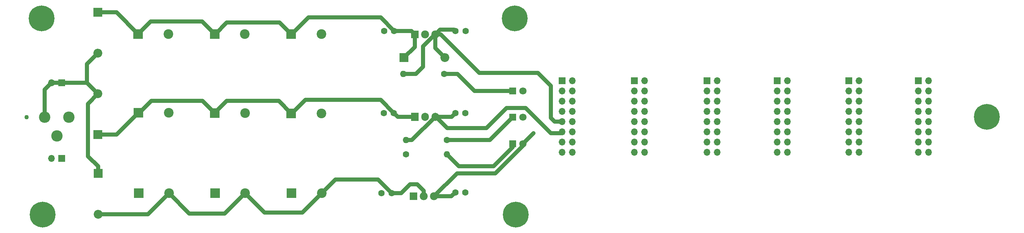
<source format=gbr>
%TF.GenerationSoftware,KiCad,Pcbnew,(5.1.7)-1*%
%TF.CreationDate,2021-02-05T18:36:13-06:00*%
%TF.ProjectId,Power Supply,506f7765-7220-4537-9570-706c792e6b69,rev?*%
%TF.SameCoordinates,Original*%
%TF.FileFunction,Copper,L1,Top*%
%TF.FilePolarity,Positive*%
%FSLAX46Y46*%
G04 Gerber Fmt 4.6, Leading zero omitted, Abs format (unit mm)*
G04 Created by KiCad (PCBNEW (5.1.7)-1) date 2021-02-05 18:36:13*
%MOMM*%
%LPD*%
G01*
G04 APERTURE LIST*
%TA.AperFunction,ComponentPad*%
%ADD10C,6.400000*%
%TD*%
%TA.AperFunction,ComponentPad*%
%ADD11C,0.800000*%
%TD*%
%TA.AperFunction,ComponentPad*%
%ADD12O,1.905000X2.000000*%
%TD*%
%TA.AperFunction,ComponentPad*%
%ADD13R,1.905000X2.000000*%
%TD*%
%TA.AperFunction,ComponentPad*%
%ADD14C,1.980000*%
%TD*%
%TA.AperFunction,ComponentPad*%
%ADD15R,1.980000X1.980000*%
%TD*%
%TA.AperFunction,ComponentPad*%
%ADD16O,1.600000X1.600000*%
%TD*%
%TA.AperFunction,ComponentPad*%
%ADD17C,1.600000*%
%TD*%
%TA.AperFunction,ComponentPad*%
%ADD18O,1.700000X1.700000*%
%TD*%
%TA.AperFunction,ComponentPad*%
%ADD19R,1.700000X1.700000*%
%TD*%
%TA.AperFunction,ComponentPad*%
%ADD20C,1.100000*%
%TD*%
%TA.AperFunction,ComponentPad*%
%ADD21C,2.830000*%
%TD*%
%TA.AperFunction,ComponentPad*%
%ADD22O,2.200000X2.200000*%
%TD*%
%TA.AperFunction,ComponentPad*%
%ADD23R,2.200000X2.200000*%
%TD*%
%TA.AperFunction,ComponentPad*%
%ADD24C,1.800000*%
%TD*%
%TA.AperFunction,ComponentPad*%
%ADD25R,1.800000X1.800000*%
%TD*%
%TA.AperFunction,ComponentPad*%
%ADD26C,2.400000*%
%TD*%
%TA.AperFunction,ComponentPad*%
%ADD27R,2.400000X2.400000*%
%TD*%
%TA.AperFunction,ViaPad*%
%ADD28C,0.800000*%
%TD*%
%TA.AperFunction,Conductor*%
%ADD29C,1.000000*%
%TD*%
G04 APERTURE END LIST*
D10*
%TO.P,REF\u002A\u002A,1*%
%TO.N,N/C*%
X260500000Y-98750000D03*
D11*
X262900000Y-98750000D03*
X262197056Y-100447056D03*
X260500000Y-101150000D03*
X258802944Y-100447056D03*
X258100000Y-98750000D03*
X258802944Y-97052944D03*
X260500000Y-96350000D03*
X262197056Y-97052944D03*
%TD*%
D10*
%TO.P,REF\u002A\u002A,1*%
%TO.N,N/C*%
X25750000Y-74250000D03*
D11*
X28150000Y-74250000D03*
X27447056Y-75947056D03*
X25750000Y-76650000D03*
X24052944Y-75947056D03*
X23350000Y-74250000D03*
X24052944Y-72552944D03*
X25750000Y-71850000D03*
X27447056Y-72552944D03*
%TD*%
%TO.P,REF\u002A\u002A,1*%
%TO.N,N/C*%
X27697056Y-121302944D03*
X26000000Y-120600000D03*
X24302944Y-121302944D03*
X23600000Y-123000000D03*
X24302944Y-124697056D03*
X26000000Y-125400000D03*
X27697056Y-124697056D03*
X28400000Y-123000000D03*
D10*
X26000000Y-123000000D03*
%TD*%
%TO.P,REF\u002A\u002A,1*%
%TO.N,N/C*%
X143500000Y-123000000D03*
D11*
X145900000Y-123000000D03*
X145197056Y-124697056D03*
X143500000Y-125400000D03*
X141802944Y-124697056D03*
X141100000Y-123000000D03*
X141802944Y-121302944D03*
X143500000Y-120600000D03*
X145197056Y-121302944D03*
%TD*%
%TO.P,REF\u002A\u002A,1*%
%TO.N,N/C*%
X144947056Y-72552944D03*
X143250000Y-71850000D03*
X141552944Y-72552944D03*
X140850000Y-74250000D03*
X141552944Y-75947056D03*
X143250000Y-76650000D03*
X144947056Y-75947056D03*
X145650000Y-74250000D03*
D10*
X143250000Y-74250000D03*
%TD*%
D12*
%TO.P,U3,3*%
%TO.N,+5V*%
X123507513Y-98675000D03*
%TO.P,U3,2*%
%TO.N,GND*%
X120967513Y-98675000D03*
D13*
%TO.P,U3,1*%
%TO.N,Net-(C11-Pad1)*%
X118427513Y-98675000D03*
%TD*%
D14*
%TO.P,U2,3*%
%TO.N,-12V*%
X123200000Y-118475000D03*
%TO.P,U2,2*%
%TO.N,Net-(C6-Pad2)*%
X120650000Y-118475000D03*
D15*
%TO.P,U2,1*%
%TO.N,GND*%
X118100000Y-118475000D03*
%TD*%
D16*
%TO.P,R3,2*%
%TO.N,+5V*%
X116240000Y-104500000D03*
D17*
%TO.P,R3,1*%
%TO.N,Net-(D3-Pad1)*%
X126400000Y-104500000D03*
%TD*%
D16*
%TO.P,R2,2*%
%TO.N,Net-(D2-Pad1)*%
X126410000Y-108000000D03*
D17*
%TO.P,R2,1*%
%TO.N,GND*%
X116250000Y-108000000D03*
%TD*%
D16*
%TO.P,R1,2*%
%TO.N,+12V*%
X115590000Y-88000000D03*
D17*
%TO.P,R1,1*%
%TO.N,Net-(D1-Pad1)*%
X125750000Y-88000000D03*
%TD*%
D18*
%TO.P,J4,16*%
%TO.N,/CV*%
X157540000Y-107530000D03*
%TO.P,J4,15*%
X155000000Y-107530000D03*
%TO.P,J4,14*%
%TO.N,/Gate*%
X157540000Y-104990000D03*
%TO.P,J4,13*%
X155000000Y-104990000D03*
%TO.P,J4,12*%
%TO.N,+5V*%
X157540000Y-102450000D03*
%TO.P,J4,11*%
X155000000Y-102450000D03*
%TO.P,J4,10*%
%TO.N,+12V*%
X157540000Y-99910000D03*
%TO.P,J4,9*%
X155000000Y-99910000D03*
%TO.P,J4,8*%
%TO.N,GND*%
X157540000Y-97370000D03*
%TO.P,J4,7*%
X155000000Y-97370000D03*
%TO.P,J4,6*%
X157540000Y-94830000D03*
%TO.P,J4,5*%
X155000000Y-94830000D03*
%TO.P,J4,4*%
X157540000Y-92290000D03*
%TO.P,J4,3*%
X155000000Y-92290000D03*
%TO.P,J4,2*%
%TO.N,-12V*%
X157540000Y-89750000D03*
D19*
%TO.P,J4,1*%
X155000000Y-89750000D03*
%TD*%
D20*
%TO.P,J1,MH1*%
%TO.N,N/C*%
X22025000Y-98775000D03*
D21*
%TO.P,J1,3*%
X29525000Y-103475000D03*
%TO.P,J1,2*%
%TO.N,AC*%
X26525000Y-98775000D03*
%TO.P,J1,1*%
%TO.N,GND*%
X32525000Y-98775000D03*
%TD*%
D22*
%TO.P,D7,2*%
%TO.N,AC*%
X39750000Y-92965000D03*
D23*
%TO.P,D7,1*%
%TO.N,Net-(C11-Pad1)*%
X39750000Y-103125000D03*
%TD*%
D24*
%TO.P,D3,2*%
%TO.N,GND*%
X145290000Y-98825000D03*
D25*
%TO.P,D3,1*%
%TO.N,Net-(D3-Pad1)*%
X142750000Y-98825000D03*
%TD*%
D24*
%TO.P,D2,2*%
%TO.N,-12V*%
X145290000Y-105375000D03*
D25*
%TO.P,D2,1*%
%TO.N,Net-(D2-Pad1)*%
X142750000Y-105375000D03*
%TD*%
D24*
%TO.P,D1,2*%
%TO.N,GND*%
X145290000Y-92250000D03*
D25*
%TO.P,D1,1*%
%TO.N,Net-(D1-Pad1)*%
X142750000Y-92250000D03*
%TD*%
D22*
%TO.P,D4,2*%
%TO.N,+12V*%
X125910000Y-84000000D03*
D23*
%TO.P,D4,1*%
%TO.N,Net-(C1-Pad1)*%
X115750000Y-84000000D03*
%TD*%
D22*
%TO.P,D6,2*%
%TO.N,Net-(C6-Pad2)*%
X39775000Y-122885000D03*
D23*
%TO.P,D6,1*%
%TO.N,AC*%
X39775000Y-112725000D03*
%TD*%
D22*
%TO.P,D5,2*%
%TO.N,AC*%
X39750000Y-82910000D03*
D23*
%TO.P,D5,1*%
%TO.N,Net-(C1-Pad1)*%
X39750000Y-72750000D03*
%TD*%
D26*
%TO.P,C13,2*%
%TO.N,GND*%
X95225000Y-97825000D03*
D27*
%TO.P,C13,1*%
%TO.N,Net-(C11-Pad1)*%
X87725000Y-97825000D03*
%TD*%
D26*
%TO.P,C12,2*%
%TO.N,GND*%
X76275000Y-97775000D03*
D27*
%TO.P,C12,1*%
%TO.N,Net-(C11-Pad1)*%
X68775000Y-97775000D03*
%TD*%
D26*
%TO.P,C11,2*%
%TO.N,GND*%
X57300000Y-97675001D03*
D27*
%TO.P,C11,1*%
%TO.N,Net-(C11-Pad1)*%
X49800000Y-97675001D03*
%TD*%
D26*
%TO.P,C8,2*%
%TO.N,Net-(C6-Pad2)*%
X76324441Y-117675001D03*
D27*
%TO.P,C8,1*%
%TO.N,GND*%
X68824441Y-117675001D03*
%TD*%
D26*
%TO.P,C7,2*%
%TO.N,Net-(C6-Pad2)*%
X95325000Y-117675000D03*
D27*
%TO.P,C7,1*%
%TO.N,GND*%
X87825000Y-117675000D03*
%TD*%
D26*
%TO.P,C6,2*%
%TO.N,Net-(C6-Pad2)*%
X57375000Y-117700000D03*
D27*
%TO.P,C6,1*%
%TO.N,GND*%
X49875000Y-117700000D03*
%TD*%
D26*
%TO.P,C3,2*%
%TO.N,GND*%
X95250000Y-78125000D03*
D27*
%TO.P,C3,1*%
%TO.N,Net-(C1-Pad1)*%
X87750000Y-78125000D03*
%TD*%
D26*
%TO.P,C2,2*%
%TO.N,GND*%
X76250000Y-78100000D03*
D27*
%TO.P,C2,1*%
%TO.N,Net-(C1-Pad1)*%
X68750000Y-78100000D03*
%TD*%
D26*
%TO.P,C1,2*%
%TO.N,GND*%
X57250000Y-78125000D03*
D27*
%TO.P,C1,1*%
%TO.N,Net-(C1-Pad1)*%
X49750000Y-78125000D03*
%TD*%
D15*
%TO.P,U1,1*%
%TO.N,Net-(C1-Pad1)*%
X118427513Y-78183578D03*
D14*
%TO.P,U1,2*%
%TO.N,GND*%
X120977513Y-78183578D03*
%TO.P,U1,3*%
%TO.N,+12V*%
X123527513Y-78183578D03*
%TD*%
D17*
%TO.P,C4,1*%
%TO.N,GND*%
X110825000Y-77358579D03*
%TO.P,C4,2*%
%TO.N,Net-(C1-Pad1)*%
X113325000Y-77358579D03*
%TD*%
%TO.P,C5,2*%
%TO.N,+12V*%
X128552513Y-77358579D03*
%TO.P,C5,1*%
%TO.N,GND*%
X131052513Y-77358579D03*
%TD*%
%TO.P,C9,2*%
%TO.N,GND*%
X110200000Y-117675000D03*
%TO.P,C9,1*%
%TO.N,Net-(C6-Pad2)*%
X112700000Y-117675000D03*
%TD*%
%TO.P,C10,1*%
%TO.N,-12V*%
X128500000Y-117500000D03*
%TO.P,C10,2*%
%TO.N,GND*%
X131000000Y-117500000D03*
%TD*%
%TO.P,C14,2*%
%TO.N,GND*%
X110750000Y-97750000D03*
%TO.P,C14,1*%
%TO.N,Net-(C11-Pad1)*%
X113250000Y-97750000D03*
%TD*%
%TO.P,C15,1*%
%TO.N,+5V*%
X128500000Y-97750000D03*
%TO.P,C15,2*%
%TO.N,GND*%
X131000000Y-97750000D03*
%TD*%
D19*
%TO.P,J2,1*%
%TO.N,AC*%
X30750000Y-90250000D03*
D18*
%TO.P,J2,2*%
X28210000Y-90250000D03*
%TD*%
%TO.P,J3,2*%
%TO.N,GND*%
X28210000Y-109000000D03*
D19*
%TO.P,J3,1*%
X30750000Y-109000000D03*
%TD*%
%TO.P,J5,1*%
%TO.N,-12V*%
X173000000Y-89750000D03*
D18*
%TO.P,J5,2*%
X175540000Y-89750000D03*
%TO.P,J5,3*%
%TO.N,GND*%
X173000000Y-92290000D03*
%TO.P,J5,4*%
X175540000Y-92290000D03*
%TO.P,J5,5*%
X173000000Y-94830000D03*
%TO.P,J5,6*%
X175540000Y-94830000D03*
%TO.P,J5,7*%
X173000000Y-97370000D03*
%TO.P,J5,8*%
X175540000Y-97370000D03*
%TO.P,J5,9*%
%TO.N,+12V*%
X173000000Y-99910000D03*
%TO.P,J5,10*%
X175540000Y-99910000D03*
%TO.P,J5,11*%
%TO.N,+5V*%
X173000000Y-102450000D03*
%TO.P,J5,12*%
X175540000Y-102450000D03*
%TO.P,J5,13*%
%TO.N,/Gate*%
X173000000Y-104990000D03*
%TO.P,J5,14*%
X175540000Y-104990000D03*
%TO.P,J5,15*%
%TO.N,/CV*%
X173000000Y-107530000D03*
%TO.P,J5,16*%
X175540000Y-107530000D03*
%TD*%
%TO.P,J6,16*%
%TO.N,/CV*%
X193540000Y-107530000D03*
%TO.P,J6,15*%
X191000000Y-107530000D03*
%TO.P,J6,14*%
%TO.N,/Gate*%
X193540000Y-104990000D03*
%TO.P,J6,13*%
X191000000Y-104990000D03*
%TO.P,J6,12*%
%TO.N,+5V*%
X193540000Y-102450000D03*
%TO.P,J6,11*%
X191000000Y-102450000D03*
%TO.P,J6,10*%
%TO.N,+12V*%
X193540000Y-99910000D03*
%TO.P,J6,9*%
X191000000Y-99910000D03*
%TO.P,J6,8*%
%TO.N,GND*%
X193540000Y-97370000D03*
%TO.P,J6,7*%
X191000000Y-97370000D03*
%TO.P,J6,6*%
X193540000Y-94830000D03*
%TO.P,J6,5*%
X191000000Y-94830000D03*
%TO.P,J6,4*%
X193540000Y-92290000D03*
%TO.P,J6,3*%
X191000000Y-92290000D03*
%TO.P,J6,2*%
%TO.N,-12V*%
X193540000Y-89750000D03*
D19*
%TO.P,J6,1*%
X191000000Y-89750000D03*
%TD*%
%TO.P,J7,1*%
%TO.N,-12V*%
X208500000Y-89750000D03*
D18*
%TO.P,J7,2*%
X211040000Y-89750000D03*
%TO.P,J7,3*%
%TO.N,GND*%
X208500000Y-92290000D03*
%TO.P,J7,4*%
X211040000Y-92290000D03*
%TO.P,J7,5*%
X208500000Y-94830000D03*
%TO.P,J7,6*%
X211040000Y-94830000D03*
%TO.P,J7,7*%
X208500000Y-97370000D03*
%TO.P,J7,8*%
X211040000Y-97370000D03*
%TO.P,J7,9*%
%TO.N,+12V*%
X208500000Y-99910000D03*
%TO.P,J7,10*%
X211040000Y-99910000D03*
%TO.P,J7,11*%
%TO.N,+5V*%
X208500000Y-102450000D03*
%TO.P,J7,12*%
X211040000Y-102450000D03*
%TO.P,J7,13*%
%TO.N,/Gate*%
X208500000Y-104990000D03*
%TO.P,J7,14*%
X211040000Y-104990000D03*
%TO.P,J7,15*%
%TO.N,/CV*%
X208500000Y-107530000D03*
%TO.P,J7,16*%
X211040000Y-107530000D03*
%TD*%
%TO.P,J8,16*%
%TO.N,/CV*%
X228790000Y-107530000D03*
%TO.P,J8,15*%
X226250000Y-107530000D03*
%TO.P,J8,14*%
%TO.N,/Gate*%
X228790000Y-104990000D03*
%TO.P,J8,13*%
X226250000Y-104990000D03*
%TO.P,J8,12*%
%TO.N,+5V*%
X228790000Y-102450000D03*
%TO.P,J8,11*%
X226250000Y-102450000D03*
%TO.P,J8,10*%
%TO.N,+12V*%
X228790000Y-99910000D03*
%TO.P,J8,9*%
X226250000Y-99910000D03*
%TO.P,J8,8*%
%TO.N,GND*%
X228790000Y-97370000D03*
%TO.P,J8,7*%
X226250000Y-97370000D03*
%TO.P,J8,6*%
X228790000Y-94830000D03*
%TO.P,J8,5*%
X226250000Y-94830000D03*
%TO.P,J8,4*%
X228790000Y-92290000D03*
%TO.P,J8,3*%
X226250000Y-92290000D03*
%TO.P,J8,2*%
%TO.N,-12V*%
X228790000Y-89750000D03*
D19*
%TO.P,J8,1*%
X226250000Y-89750000D03*
%TD*%
%TO.P,J9,1*%
%TO.N,-12V*%
X243500000Y-89750000D03*
D18*
%TO.P,J9,2*%
X246040000Y-89750000D03*
%TO.P,J9,3*%
%TO.N,GND*%
X243500000Y-92290000D03*
%TO.P,J9,4*%
X246040000Y-92290000D03*
%TO.P,J9,5*%
X243500000Y-94830000D03*
%TO.P,J9,6*%
X246040000Y-94830000D03*
%TO.P,J9,7*%
X243500000Y-97370000D03*
%TO.P,J9,8*%
X246040000Y-97370000D03*
%TO.P,J9,9*%
%TO.N,+12V*%
X243500000Y-99910000D03*
%TO.P,J9,10*%
X246040000Y-99910000D03*
%TO.P,J9,11*%
%TO.N,+5V*%
X243500000Y-102450000D03*
%TO.P,J9,12*%
X246040000Y-102450000D03*
%TO.P,J9,13*%
%TO.N,/Gate*%
X243500000Y-104990000D03*
%TO.P,J9,14*%
X246040000Y-104990000D03*
%TO.P,J9,15*%
%TO.N,/CV*%
X243500000Y-107530000D03*
%TO.P,J9,16*%
X246040000Y-107530000D03*
%TD*%
D28*
%TO.N,-12V*%
X147915000Y-102750000D03*
%TD*%
D29*
%TO.N,Net-(C1-Pad1)*%
X68625000Y-78100000D02*
X69150000Y-78100000D01*
X87575000Y-78125000D02*
X87925000Y-78125000D01*
X44375000Y-72750000D02*
X49750000Y-78125000D01*
X39750000Y-72750000D02*
X44375000Y-72750000D01*
X49750000Y-78125000D02*
X52875000Y-75000000D01*
X65650000Y-75000000D02*
X68750000Y-78100000D01*
X52875000Y-75000000D02*
X65650000Y-75000000D01*
X68750000Y-78100000D02*
X68900000Y-78100000D01*
X68900000Y-78100000D02*
X71750000Y-75250000D01*
X84875000Y-75250000D02*
X87750000Y-78125000D01*
X71750000Y-75250000D02*
X84875000Y-75250000D01*
X87750000Y-78125000D02*
X87875000Y-78125000D01*
X87875000Y-78125000D02*
X92000000Y-74000000D01*
X109966421Y-74000000D02*
X113325000Y-77358579D01*
X92000000Y-74000000D02*
X109966421Y-74000000D01*
X117602514Y-77358579D02*
X118427513Y-78183578D01*
X113325000Y-77358579D02*
X117602514Y-77358579D01*
X118427513Y-81322487D02*
X115750000Y-84000000D01*
X118427513Y-78183578D02*
X118427513Y-81322487D01*
%TO.N,+12V*%
X125910000Y-84000000D02*
X123500000Y-81590000D01*
X123500000Y-78211091D02*
X123527513Y-78183578D01*
X123500000Y-81590000D02*
X123500000Y-78211091D01*
X123527513Y-78183578D02*
X124711091Y-77000000D01*
X128193934Y-77000000D02*
X128552513Y-77358579D01*
X124711091Y-77000000D02*
X128193934Y-77000000D01*
X123478715Y-78183578D02*
X120500000Y-81162293D01*
X123527513Y-78183578D02*
X123478715Y-78183578D01*
X120500000Y-81162293D02*
X120500000Y-86250000D01*
X118750000Y-88000000D02*
X115590000Y-88000000D01*
X120500000Y-86250000D02*
X118750000Y-88000000D01*
X152250000Y-99000000D02*
X152250000Y-99000000D01*
X153160000Y-99910000D02*
X155000000Y-99910000D01*
X152250000Y-99000000D02*
X153160000Y-99910000D01*
X152250000Y-91000000D02*
X152250000Y-99000000D01*
X149000000Y-87750000D02*
X152250000Y-91000000D01*
X134500000Y-87750000D02*
X149000000Y-87750000D01*
X124933578Y-78183578D02*
X134500000Y-87750000D01*
X123527513Y-78183578D02*
X124933578Y-78183578D01*
%TO.N,-12V*%
X127525000Y-118475000D02*
X128500000Y-117500000D01*
X123200000Y-118475000D02*
X127525000Y-118475000D01*
X123200000Y-118475000D02*
X128925000Y-112750000D01*
X145290000Y-105895002D02*
X145290000Y-105375000D01*
X138435002Y-112750000D02*
X145290000Y-105895002D01*
X128925000Y-112750000D02*
X138435002Y-112750000D01*
X145290000Y-105375000D02*
X147915000Y-102750000D01*
X147915000Y-102750000D02*
X147915000Y-102750000D01*
%TO.N,+5V*%
X127575000Y-98675000D02*
X128500000Y-97750000D01*
X123507513Y-98675000D02*
X127575000Y-98675000D01*
X117682513Y-104500000D02*
X116240000Y-104500000D01*
X123507513Y-98675000D02*
X117682513Y-104500000D01*
X154700000Y-102750000D02*
X155000000Y-102450000D01*
X146000000Y-96500000D02*
X152250000Y-102750000D01*
X152250000Y-102750000D02*
X154700000Y-102750000D01*
X141250000Y-96500000D02*
X146000000Y-96500000D01*
X136250000Y-101500000D02*
X141250000Y-96500000D01*
X126500000Y-101500000D02*
X136250000Y-101500000D01*
X123675000Y-98675000D02*
X126500000Y-101500000D01*
X123507513Y-98675000D02*
X123675000Y-98675000D01*
%TO.N,AC*%
X26525000Y-91935000D02*
X28210000Y-90250000D01*
X26525000Y-98775000D02*
X26525000Y-91935000D01*
X30750000Y-90250000D02*
X28210000Y-90250000D01*
X37035000Y-90250000D02*
X39750000Y-92965000D01*
X30750000Y-90250000D02*
X37035000Y-90250000D01*
X39775000Y-112725000D02*
X39775000Y-111025000D01*
X39775000Y-111025000D02*
X37250000Y-108500000D01*
X37250000Y-95465000D02*
X39750000Y-92965000D01*
X37250000Y-108500000D02*
X37250000Y-95465000D01*
X37035000Y-85625000D02*
X39750000Y-82910000D01*
X37035000Y-90250000D02*
X37035000Y-85625000D01*
%TO.N,Net-(C6-Pad2)*%
X52190000Y-122885000D02*
X57375000Y-117700000D01*
X39775000Y-122885000D02*
X52190000Y-122885000D01*
X57375000Y-117700000D02*
X62425000Y-122750000D01*
X71249442Y-122750000D02*
X76324441Y-117675001D01*
X62425000Y-122750000D02*
X71249442Y-122750000D01*
X76324441Y-117675001D02*
X81149440Y-122500000D01*
X90500000Y-122500000D02*
X95325000Y-117675000D01*
X81149440Y-122500000D02*
X90500000Y-122500000D01*
X109275000Y-114250000D02*
X112700000Y-117675000D01*
X98750000Y-114250000D02*
X109275000Y-114250000D01*
X95325000Y-117675000D02*
X98750000Y-114250000D01*
X112700000Y-117675000D02*
X115075000Y-117675000D01*
X115075000Y-117675000D02*
X117250000Y-115500000D01*
X120650000Y-117074929D02*
X120650000Y-118475000D01*
X119075071Y-115500000D02*
X120650000Y-117074929D01*
X117250000Y-115500000D02*
X119075071Y-115500000D01*
%TO.N,Net-(C11-Pad1)*%
X44350001Y-103125000D02*
X49800000Y-97675001D01*
X39750000Y-103125000D02*
X44350001Y-103125000D01*
X49800000Y-97675001D02*
X50074999Y-97675001D01*
X50074999Y-97675001D02*
X53000000Y-94750000D01*
X65750000Y-94750000D02*
X68775000Y-97775000D01*
X53000000Y-94750000D02*
X65750000Y-94750000D01*
X68775000Y-97775000D02*
X68775000Y-97725000D01*
X68775000Y-97725000D02*
X71750000Y-94750000D01*
X84650000Y-94750000D02*
X87725000Y-97825000D01*
X71750000Y-94750000D02*
X84650000Y-94750000D01*
X87725000Y-97825000D02*
X87925000Y-97825000D01*
X87925000Y-97825000D02*
X91250000Y-94500000D01*
X110000000Y-94500000D02*
X113250000Y-97750000D01*
X91250000Y-94500000D02*
X110000000Y-94500000D01*
X113250000Y-97750000D02*
X114250000Y-98750000D01*
X118352513Y-98750000D02*
X118427513Y-98675000D01*
X114250000Y-98750000D02*
X118352513Y-98750000D01*
%TO.N,Net-(D1-Pad1)*%
X130500000Y-89500000D02*
X130500000Y-89500000D01*
X133250000Y-92250000D02*
X142750000Y-92250000D01*
X129000000Y-88000000D02*
X133250000Y-92250000D01*
X125750000Y-88000000D02*
X129000000Y-88000000D01*
%TO.N,Net-(D2-Pad1)*%
X142750000Y-106250000D02*
X138000000Y-111000000D01*
X129410000Y-111000000D02*
X126410000Y-108000000D01*
X138000000Y-111000000D02*
X129410000Y-111000000D01*
X142750000Y-105375000D02*
X142750000Y-106250000D01*
%TO.N,Net-(D3-Pad1)*%
X137075000Y-104500000D02*
X142750000Y-98825000D01*
X126400000Y-104500000D02*
X137075000Y-104500000D01*
%TD*%
M02*

</source>
